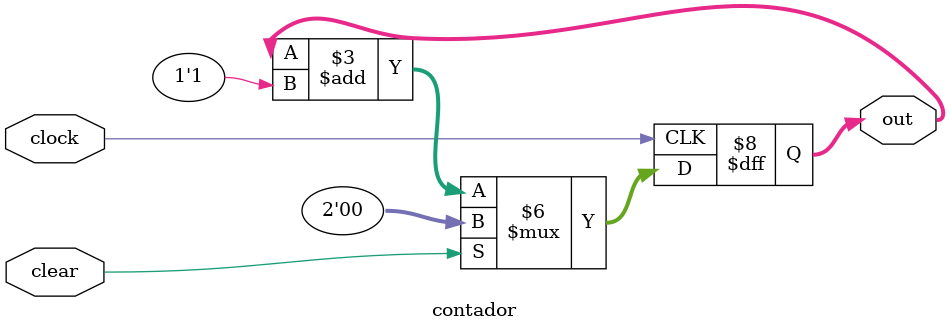
<source format=v>
module contador(clock, clear, out);

input clear, clock;
output [1:0] out;
reg [1:0] out = 0;

always @(posedge clock) begin
	if(!clear) 
        out = out + 1'b1;
	else out  = 2'b00;
end

endmodule
</source>
